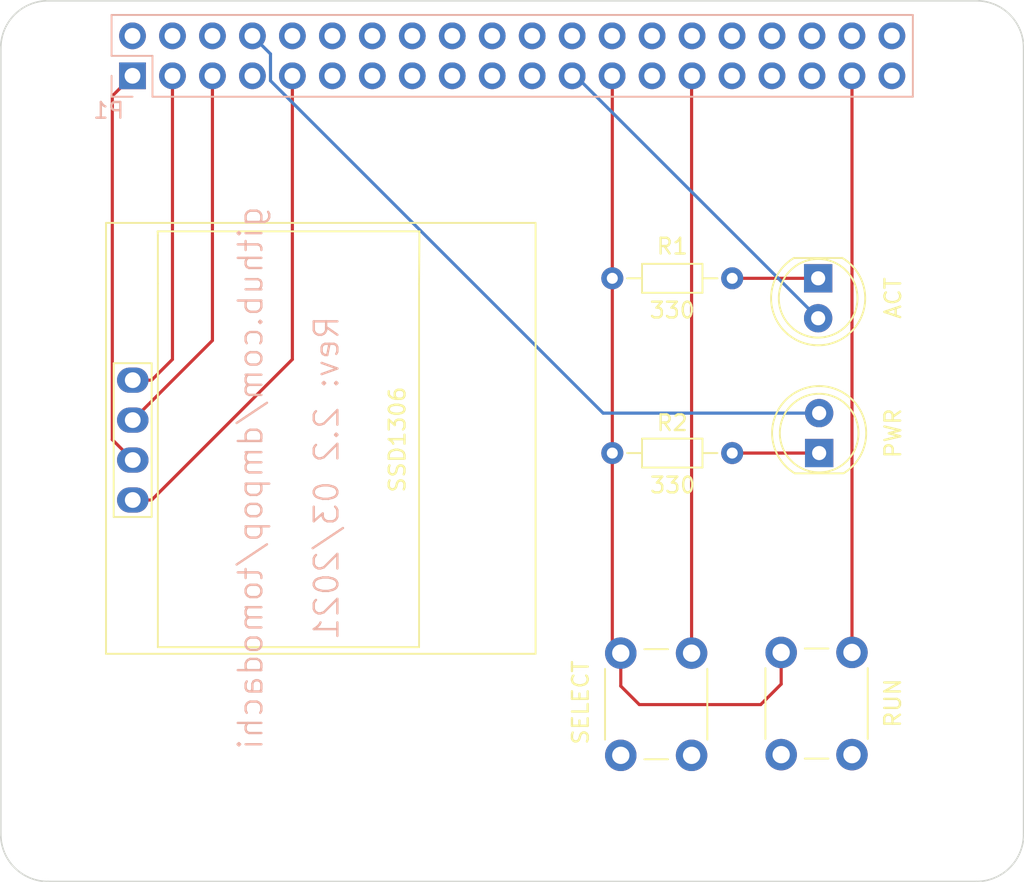
<source format=kicad_pcb>
(kicad_pcb (version 20171130) (host pcbnew 5.1.9-5.1.9)

  (general
    (thickness 1.6)
    (drawings 9)
    (tracks 33)
    (zones 0)
    (modules 10)
    (nets 34)
  )

  (page A3)
  (title_block
    (title Tomodachi)
    (date 2021-03-20)
    (rev 2.2)
    (comment 1 littlebackupbox.com)
    (comment 2 "Dmitri Popov")
  )

  (layers
    (0 F.Cu signal)
    (31 B.Cu signal)
    (32 B.Adhes user)
    (33 F.Adhes user)
    (34 B.Paste user)
    (35 F.Paste user)
    (36 B.SilkS user)
    (37 F.SilkS user)
    (38 B.Mask user)
    (39 F.Mask user)
    (40 Dwgs.User user)
    (41 Cmts.User user)
    (42 Eco1.User user)
    (43 Eco2.User user)
    (44 Edge.Cuts user)
  )

  (setup
    (last_trace_width 0.2)
    (trace_clearance 0.2)
    (zone_clearance 0.508)
    (zone_45_only no)
    (trace_min 0.1524)
    (via_size 0.9)
    (via_drill 0.6)
    (via_min_size 0.8)
    (via_min_drill 0.5)
    (uvia_size 0.5)
    (uvia_drill 0.1)
    (uvias_allowed no)
    (uvia_min_size 0.5)
    (uvia_min_drill 0.1)
    (edge_width 0.1)
    (segment_width 0.1)
    (pcb_text_width 0.3)
    (pcb_text_size 1 1)
    (mod_edge_width 0.15)
    (mod_text_size 1 1)
    (mod_text_width 0.15)
    (pad_size 2.5 2.5)
    (pad_drill 2.5)
    (pad_to_mask_clearance 0)
    (aux_axis_origin 200 150)
    (grid_origin 200 150)
    (visible_elements 7FFFFFFF)
    (pcbplotparams
      (layerselection 0x01fff_ffffffff)
      (usegerberextensions true)
      (usegerberattributes false)
      (usegerberadvancedattributes false)
      (creategerberjobfile false)
      (excludeedgelayer true)
      (linewidth 0.150000)
      (plotframeref false)
      (viasonmask false)
      (mode 1)
      (useauxorigin false)
      (hpglpennumber 1)
      (hpglpenspeed 20)
      (hpglpendiameter 15.000000)
      (psnegative false)
      (psa4output false)
      (plotreference true)
      (plotvalue true)
      (plotinvisibletext false)
      (padsonsilk false)
      (subtractmaskfromsilk false)
      (outputformat 1)
      (mirror false)
      (drillshape 0)
      (scaleselection 1)
      (outputdirectory "../Tomodachi-Gerber/"))
  )

  (net 0 "")
  (net 1 +3V3)
  (net 2 +5V)
  (net 3 GND)
  (net 4 /ID_SD)
  (net 5 /ID_SC)
  (net 6 /GPIO5)
  (net 7 /GPIO6)
  (net 8 /GPIO26)
  (net 9 "/GPIO2(SDA1)")
  (net 10 "/GPIO3(SCL1)")
  (net 11 "/GPIO4(GCLK)")
  (net 12 "/GPIO14(TXD0)")
  (net 13 "/GPIO15(RXD0)")
  (net 14 "/GPIO17(GEN0)")
  (net 15 "/GPIO27(GEN2)")
  (net 16 "/GPIO22(GEN3)")
  (net 17 "/GPIO23(GEN4)")
  (net 18 "/GPIO24(GEN5)")
  (net 19 "/GPIO25(GEN6)")
  (net 20 "/GPIO18(GEN1)(PWM0)")
  (net 21 "/GPIO10(SPI0_MOSI)")
  (net 22 "/GPIO9(SPI0_MISO)")
  (net 23 "/GPIO11(SPI0_SCK)")
  (net 24 "/GPIO8(SPI0_CE_N)")
  (net 25 "/GPIO7(SPI1_CE_N)")
  (net 26 "/GPIO12(PWM0)")
  (net 27 "/GPIO13(PWM1)")
  (net 28 "/GPIO19(SPI1_MISO)")
  (net 29 /GPIO16)
  (net 30 "/GPIO20(SPI1_MOSI)")
  (net 31 "/GPIO21(SPI1_SCK)")
  (net 32 "Net-(D1-Pad1)")
  (net 33 "Net-(D2-Pad1)")

  (net_class Default "This is the default net class."
    (clearance 0.2)
    (trace_width 0.2)
    (via_dia 0.9)
    (via_drill 0.6)
    (uvia_dia 0.5)
    (uvia_drill 0.1)
    (add_net +3V3)
    (add_net +5V)
    (add_net "/GPIO10(SPI0_MOSI)")
    (add_net "/GPIO11(SPI0_SCK)")
    (add_net "/GPIO12(PWM0)")
    (add_net "/GPIO13(PWM1)")
    (add_net "/GPIO14(TXD0)")
    (add_net "/GPIO15(RXD0)")
    (add_net /GPIO16)
    (add_net "/GPIO17(GEN0)")
    (add_net "/GPIO18(GEN1)(PWM0)")
    (add_net "/GPIO19(SPI1_MISO)")
    (add_net "/GPIO2(SDA1)")
    (add_net "/GPIO20(SPI1_MOSI)")
    (add_net "/GPIO21(SPI1_SCK)")
    (add_net "/GPIO22(GEN3)")
    (add_net "/GPIO23(GEN4)")
    (add_net "/GPIO24(GEN5)")
    (add_net "/GPIO25(GEN6)")
    (add_net /GPIO26)
    (add_net "/GPIO27(GEN2)")
    (add_net "/GPIO3(SCL1)")
    (add_net "/GPIO4(GCLK)")
    (add_net /GPIO5)
    (add_net /GPIO6)
    (add_net "/GPIO7(SPI1_CE_N)")
    (add_net "/GPIO8(SPI0_CE_N)")
    (add_net "/GPIO9(SPI0_MISO)")
    (add_net /ID_SC)
    (add_net /ID_SD)
    (add_net GND)
    (add_net "Net-(D1-Pad1)")
    (add_net "Net-(D2-Pad1)")
  )

  (net_class Power ""
    (clearance 0.2)
    (trace_width 0.5)
    (via_dia 1)
    (via_drill 0.7)
    (uvia_dia 0.5)
    (uvia_drill 0.1)
  )

  (module Button_Switch_THT:SW_PUSH_6mm_H4.3mm (layer F.Cu) (tedit 5A02FE31) (tstamp 604DFC9C)
    (at 239.4 141.98 90)
    (descr "tactile push button, 6x6mm e.g. PHAP33xx series, height=4.3mm")
    (tags "tact sw push 6mm")
    (path /604FA5F1)
    (fp_text reference SW1 (at -2.36088 2.35506 180) (layer F.SilkS) hide
      (effects (font (size 1 1) (thickness 0.15)))
    )
    (fp_text value SELECT (at 3.3592 -2.5573 90) (layer F.SilkS)
      (effects (font (size 1 1) (thickness 0.15)))
    )
    (fp_line (start 3.25 -0.75) (end 6.25 -0.75) (layer F.Fab) (width 0.1))
    (fp_line (start 6.25 -0.75) (end 6.25 5.25) (layer F.Fab) (width 0.1))
    (fp_line (start 6.25 5.25) (end 0.25 5.25) (layer F.Fab) (width 0.1))
    (fp_line (start 0.25 5.25) (end 0.25 -0.75) (layer F.Fab) (width 0.1))
    (fp_line (start 0.25 -0.75) (end 3.25 -0.75) (layer F.Fab) (width 0.1))
    (fp_line (start 7.75 6) (end 8 6) (layer F.CrtYd) (width 0.05))
    (fp_line (start 8 6) (end 8 5.75) (layer F.CrtYd) (width 0.05))
    (fp_line (start 7.75 -1.5) (end 8 -1.5) (layer F.CrtYd) (width 0.05))
    (fp_line (start 8 -1.5) (end 8 -1.25) (layer F.CrtYd) (width 0.05))
    (fp_line (start -1.5 -1.25) (end -1.5 -1.5) (layer F.CrtYd) (width 0.05))
    (fp_line (start -1.5 -1.5) (end -1.25 -1.5) (layer F.CrtYd) (width 0.05))
    (fp_line (start -1.5 5.75) (end -1.5 6) (layer F.CrtYd) (width 0.05))
    (fp_line (start -1.5 6) (end -1.25 6) (layer F.CrtYd) (width 0.05))
    (fp_line (start -1.25 -1.5) (end 7.75 -1.5) (layer F.CrtYd) (width 0.05))
    (fp_line (start -1.5 5.75) (end -1.5 -1.25) (layer F.CrtYd) (width 0.05))
    (fp_line (start 7.75 6) (end -1.25 6) (layer F.CrtYd) (width 0.05))
    (fp_line (start 8 -1.25) (end 8 5.75) (layer F.CrtYd) (width 0.05))
    (fp_line (start 1 5.5) (end 5.5 5.5) (layer F.SilkS) (width 0.12))
    (fp_line (start -0.25 1.5) (end -0.25 3) (layer F.SilkS) (width 0.12))
    (fp_line (start 5.5 -1) (end 1 -1) (layer F.SilkS) (width 0.12))
    (fp_line (start 6.75 3) (end 6.75 1.5) (layer F.SilkS) (width 0.12))
    (fp_circle (center 3.25 2.25) (end 1.25 2.5) (layer F.Fab) (width 0.1))
    (fp_text user %R (at 3.25 2.25 90) (layer F.Fab)
      (effects (font (size 1 1) (thickness 0.15)))
    )
    (pad 1 thru_hole circle (at 6.5 0 180) (size 2 2) (drill 1.1) (layers *.Cu *.Mask)
      (net 3 GND))
    (pad 2 thru_hole circle (at 6.5 4.5 180) (size 2 2) (drill 1.1) (layers *.Cu *.Mask)
      (net 6 /GPIO5))
    (pad 1 thru_hole circle (at 0 0 180) (size 2 2) (drill 1.1) (layers *.Cu *.Mask)
      (net 3 GND))
    (pad 2 thru_hole circle (at 0 4.5 180) (size 2 2) (drill 1.1) (layers *.Cu *.Mask)
      (net 6 /GPIO5))
    (model ${KISYS3DMOD}/Button_Switch_THT.3dshapes/SW_PUSH_6mm_H4.3mm.wrl
      (at (xyz 0 0 0))
      (scale (xyz 1 1 1))
      (rotate (xyz 0 0 0))
    )
  )

  (module MountingHole:MountingHole_2.5mm (layer F.Cu) (tedit 56D1B4CB) (tstamp 6016B038)
    (at 261.5 146.5)
    (descr "Mounting Hole 2.5mm, no annular")
    (tags "mounting hole 2.5mm no annular")
    (path /6016E2D8)
    (attr virtual)
    (fp_text reference H2 (at 0 -3.5) (layer F.SilkS) hide
      (effects (font (size 1 1) (thickness 0.15)))
    )
    (fp_text value MountingHole (at 0 3.5) (layer F.Fab)
      (effects (font (size 1 1) (thickness 0.15)))
    )
    (fp_circle (center 0 0) (end 2.5 0) (layer Cmts.User) (width 0.15))
    (fp_circle (center 0 0) (end 2.75 0) (layer F.CrtYd) (width 0.05))
    (fp_text user %R (at 0.3 0) (layer F.Fab)
      (effects (font (size 1 1) (thickness 0.15)))
    )
    (pad 1 np_thru_hole circle (at 0 0) (size 2.5 2.5) (drill 2.5) (layers *.Cu *.Mask))
  )

  (module MountingHole:MountingHole_2.5mm (layer F.Cu) (tedit 56D1B4CB) (tstamp 6016B030)
    (at 203.5 146.5)
    (descr "Mounting Hole 2.5mm, no annular")
    (tags "mounting hole 2.5mm no annular")
    (path /6016D91C)
    (attr virtual)
    (fp_text reference H1 (at 0 -3.5) (layer F.SilkS) hide
      (effects (font (size 1 1) (thickness 0.15)))
    )
    (fp_text value MountingHole (at 0 3.5) (layer F.Fab)
      (effects (font (size 1 1) (thickness 0.15)))
    )
    (fp_circle (center 0 0) (end 2.5 0) (layer Cmts.User) (width 0.15))
    (fp_circle (center 0 0) (end 2.75 0) (layer F.CrtYd) (width 0.05))
    (fp_text user %R (at 0.3 0) (layer F.Fab)
      (effects (font (size 1 1) (thickness 0.15)))
    )
    (pad 1 np_thru_hole circle (at 0 0) (size 2.5 2.5) (drill 2.5) (layers *.Cu *.Mask))
  )

  (module Button_Switch_THT:SW_PUSH_6mm_H4.3mm (layer F.Cu) (tedit 5A02FE31) (tstamp 600AFC90)
    (at 249.5935 141.9355 90)
    (descr "tactile push button, 6x6mm e.g. PHAP33xx series, height=4.3mm")
    (tags "tact sw push 6mm")
    (path /600B15E5)
    (fp_text reference SW2 (at -2.39014 2.27838 180) (layer F.SilkS) hide
      (effects (font (size 1 1) (thickness 0.15)))
    )
    (fp_text value RUN (at 3.28168 7.09422 90) (layer F.SilkS)
      (effects (font (size 1 1) (thickness 0.15)))
    )
    (fp_circle (center 3.25 2.25) (end 1.25 2.5) (layer F.Fab) (width 0.1))
    (fp_line (start 6.75 3) (end 6.75 1.5) (layer F.SilkS) (width 0.12))
    (fp_line (start 5.5 -1) (end 1 -1) (layer F.SilkS) (width 0.12))
    (fp_line (start -0.25 1.5) (end -0.25 3) (layer F.SilkS) (width 0.12))
    (fp_line (start 1 5.5) (end 5.5 5.5) (layer F.SilkS) (width 0.12))
    (fp_line (start 8 -1.25) (end 8 5.75) (layer F.CrtYd) (width 0.05))
    (fp_line (start 7.75 6) (end -1.25 6) (layer F.CrtYd) (width 0.05))
    (fp_line (start -1.5 5.75) (end -1.5 -1.25) (layer F.CrtYd) (width 0.05))
    (fp_line (start -1.25 -1.5) (end 7.75 -1.5) (layer F.CrtYd) (width 0.05))
    (fp_line (start -1.5 6) (end -1.25 6) (layer F.CrtYd) (width 0.05))
    (fp_line (start -1.5 5.75) (end -1.5 6) (layer F.CrtYd) (width 0.05))
    (fp_line (start -1.5 -1.5) (end -1.25 -1.5) (layer F.CrtYd) (width 0.05))
    (fp_line (start -1.5 -1.25) (end -1.5 -1.5) (layer F.CrtYd) (width 0.05))
    (fp_line (start 8 -1.5) (end 8 -1.25) (layer F.CrtYd) (width 0.05))
    (fp_line (start 7.75 -1.5) (end 8 -1.5) (layer F.CrtYd) (width 0.05))
    (fp_line (start 8 6) (end 8 5.75) (layer F.CrtYd) (width 0.05))
    (fp_line (start 7.75 6) (end 8 6) (layer F.CrtYd) (width 0.05))
    (fp_line (start 0.25 -0.75) (end 3.25 -0.75) (layer F.Fab) (width 0.1))
    (fp_line (start 0.25 5.25) (end 0.25 -0.75) (layer F.Fab) (width 0.1))
    (fp_line (start 6.25 5.25) (end 0.25 5.25) (layer F.Fab) (width 0.1))
    (fp_line (start 6.25 -0.75) (end 6.25 5.25) (layer F.Fab) (width 0.1))
    (fp_line (start 3.25 -0.75) (end 6.25 -0.75) (layer F.Fab) (width 0.1))
    (fp_text user %R (at 3.25 2.25 90) (layer F.Fab)
      (effects (font (size 1 1) (thickness 0.15)))
    )
    (pad 1 thru_hole circle (at 6.5 0 180) (size 2 2) (drill 1.1) (layers *.Cu *.Mask)
      (net 3 GND))
    (pad 2 thru_hole circle (at 6.5 4.5 180) (size 2 2) (drill 1.1) (layers *.Cu *.Mask)
      (net 8 /GPIO26))
    (pad 1 thru_hole circle (at 0 0 180) (size 2 2) (drill 1.1) (layers *.Cu *.Mask)
      (net 3 GND))
    (pad 2 thru_hole circle (at 0 4.5 180) (size 2 2) (drill 1.1) (layers *.Cu *.Mask)
      (net 8 /GPIO26))
    (model ${KISYS3DMOD}/Button_Switch_THT.3dshapes/SW_PUSH_6mm_H4.3mm.wrl
      (at (xyz 0 0 0))
      (scale (xyz 1 1 1))
      (rotate (xyz 0 0 0))
    )
  )

  (module Resistor_THT:R_Axial_DIN0204_L3.6mm_D1.6mm_P7.62mm_Horizontal (layer F.Cu) (tedit 5AE5139B) (tstamp 600B0595)
    (at 238.862 122.7585)
    (descr "Resistor, Axial_DIN0204 series, Axial, Horizontal, pin pitch=7.62mm, 0.167W, length*diameter=3.6*1.6mm^2, http://cdn-reichelt.de/documents/datenblatt/B400/1_4W%23YAG.pdf")
    (tags "Resistor Axial_DIN0204 series Axial Horizontal pin pitch 7.62mm 0.167W length 3.6mm diameter 1.6mm")
    (path /600D384B)
    (fp_text reference R2 (at 3.81 -1.92) (layer F.SilkS)
      (effects (font (size 1 1) (thickness 0.15)))
    )
    (fp_text value 330 (at 3.838 2.0415) (layer F.SilkS)
      (effects (font (size 1 1) (thickness 0.15)))
    )
    (fp_line (start 8.57 -1.05) (end -0.95 -1.05) (layer F.CrtYd) (width 0.05))
    (fp_line (start 8.57 1.05) (end 8.57 -1.05) (layer F.CrtYd) (width 0.05))
    (fp_line (start -0.95 1.05) (end 8.57 1.05) (layer F.CrtYd) (width 0.05))
    (fp_line (start -0.95 -1.05) (end -0.95 1.05) (layer F.CrtYd) (width 0.05))
    (fp_line (start 6.68 0) (end 5.73 0) (layer F.SilkS) (width 0.12))
    (fp_line (start 0.94 0) (end 1.89 0) (layer F.SilkS) (width 0.12))
    (fp_line (start 5.73 -0.92) (end 1.89 -0.92) (layer F.SilkS) (width 0.12))
    (fp_line (start 5.73 0.92) (end 5.73 -0.92) (layer F.SilkS) (width 0.12))
    (fp_line (start 1.89 0.92) (end 5.73 0.92) (layer F.SilkS) (width 0.12))
    (fp_line (start 1.89 -0.92) (end 1.89 0.92) (layer F.SilkS) (width 0.12))
    (fp_line (start 7.62 0) (end 5.61 0) (layer F.Fab) (width 0.1))
    (fp_line (start 0 0) (end 2.01 0) (layer F.Fab) (width 0.1))
    (fp_line (start 5.61 -0.8) (end 2.01 -0.8) (layer F.Fab) (width 0.1))
    (fp_line (start 5.61 0.8) (end 5.61 -0.8) (layer F.Fab) (width 0.1))
    (fp_line (start 2.01 0.8) (end 5.61 0.8) (layer F.Fab) (width 0.1))
    (fp_line (start 2.01 -0.8) (end 2.01 0.8) (layer F.Fab) (width 0.1))
    (fp_text user %R (at 3.81 0) (layer F.Fab)
      (effects (font (size 0.72 0.72) (thickness 0.108)))
    )
    (pad 2 thru_hole oval (at 7.62 0) (size 1.4 1.4) (drill 0.7) (layers *.Cu *.Mask)
      (net 33 "Net-(D2-Pad1)"))
    (pad 1 thru_hole circle (at 0 0) (size 1.4 1.4) (drill 0.7) (layers *.Cu *.Mask)
      (net 3 GND))
    (model ${KISYS3DMOD}/Resistor_THT.3dshapes/R_Axial_DIN0204_L3.6mm_D1.6mm_P7.62mm_Horizontal.wrl
      (at (xyz 0 0 0))
      (scale (xyz 1 1 1))
      (rotate (xyz 0 0 0))
    )
  )

  (module Resistor_THT:R_Axial_DIN0204_L3.6mm_D1.6mm_P7.62mm_Horizontal (layer F.Cu) (tedit 5AE5139B) (tstamp 600B051D)
    (at 246.482 111.646 180)
    (descr "Resistor, Axial_DIN0204 series, Axial, Horizontal, pin pitch=7.62mm, 0.167W, length*diameter=3.6*1.6mm^2, http://cdn-reichelt.de/documents/datenblatt/B400/1_4W%23YAG.pdf")
    (tags "Resistor Axial_DIN0204 series Axial Horizontal pin pitch 7.62mm 0.167W length 3.6mm diameter 1.6mm")
    (path /600D5E7B)
    (fp_text reference R1 (at 3.81 2.032) (layer F.SilkS)
      (effects (font (size 1 1) (thickness 0.15)))
    )
    (fp_text value 330 (at 3.81 -2.032) (layer F.SilkS)
      (effects (font (size 1 1) (thickness 0.15)))
    )
    (fp_line (start 8.57 -1.05) (end -0.95 -1.05) (layer F.CrtYd) (width 0.05))
    (fp_line (start 8.57 1.05) (end 8.57 -1.05) (layer F.CrtYd) (width 0.05))
    (fp_line (start -0.95 1.05) (end 8.57 1.05) (layer F.CrtYd) (width 0.05))
    (fp_line (start -0.95 -1.05) (end -0.95 1.05) (layer F.CrtYd) (width 0.05))
    (fp_line (start 6.68 0) (end 5.73 0) (layer F.SilkS) (width 0.12))
    (fp_line (start 0.94 0) (end 1.89 0) (layer F.SilkS) (width 0.12))
    (fp_line (start 5.73 -0.92) (end 1.89 -0.92) (layer F.SilkS) (width 0.12))
    (fp_line (start 5.73 0.92) (end 5.73 -0.92) (layer F.SilkS) (width 0.12))
    (fp_line (start 1.89 0.92) (end 5.73 0.92) (layer F.SilkS) (width 0.12))
    (fp_line (start 1.89 -0.92) (end 1.89 0.92) (layer F.SilkS) (width 0.12))
    (fp_line (start 7.62 0) (end 5.61 0) (layer F.Fab) (width 0.1))
    (fp_line (start 0 0) (end 2.01 0) (layer F.Fab) (width 0.1))
    (fp_line (start 5.61 -0.8) (end 2.01 -0.8) (layer F.Fab) (width 0.1))
    (fp_line (start 5.61 0.8) (end 5.61 -0.8) (layer F.Fab) (width 0.1))
    (fp_line (start 2.01 0.8) (end 5.61 0.8) (layer F.Fab) (width 0.1))
    (fp_line (start 2.01 -0.8) (end 2.01 0.8) (layer F.Fab) (width 0.1))
    (fp_text user %R (at 3.81 0) (layer F.Fab)
      (effects (font (size 0.72 0.72) (thickness 0.108)))
    )
    (pad 2 thru_hole oval (at 7.62 0 180) (size 1.4 1.4) (drill 0.7) (layers *.Cu *.Mask)
      (net 3 GND))
    (pad 1 thru_hole circle (at 0 0 180) (size 1.4 1.4) (drill 0.7) (layers *.Cu *.Mask)
      (net 32 "Net-(D1-Pad1)"))
    (model ${KISYS3DMOD}/Resistor_THT.3dshapes/R_Axial_DIN0204_L3.6mm_D1.6mm_P7.62mm_Horizontal.wrl
      (at (xyz 0 0 0))
      (scale (xyz 1 1 1))
      (rotate (xyz 0 0 0))
    )
  )

  (module LED_THT:LED_D5.0mm (layer F.Cu) (tedit 5995936A) (tstamp 600B05D2)
    (at 252.0065 122.7585 90)
    (descr "LED, diameter 5.0mm, 2 pins, http://cdn-reichelt.de/documents/datenblatt/A500/LL-504BC2E-009.pdf")
    (tags "LED diameter 5.0mm 2 pins")
    (path /600CFD5B)
    (fp_text reference D2 (at 1.27 -3.96 90) (layer F.SilkS) hide
      (effects (font (size 1 1) (thickness 0.15)))
    )
    (fp_text value PWR (at 1.2585 4.6935 90) (layer F.SilkS)
      (effects (font (size 1 1) (thickness 0.15)))
    )
    (fp_line (start 4.5 -3.25) (end -1.95 -3.25) (layer F.CrtYd) (width 0.05))
    (fp_line (start 4.5 3.25) (end 4.5 -3.25) (layer F.CrtYd) (width 0.05))
    (fp_line (start -1.95 3.25) (end 4.5 3.25) (layer F.CrtYd) (width 0.05))
    (fp_line (start -1.95 -3.25) (end -1.95 3.25) (layer F.CrtYd) (width 0.05))
    (fp_line (start -1.29 -1.545) (end -1.29 1.545) (layer F.SilkS) (width 0.12))
    (fp_line (start -1.23 -1.469694) (end -1.23 1.469694) (layer F.Fab) (width 0.1))
    (fp_circle (center 1.27 0) (end 3.77 0) (layer F.SilkS) (width 0.12))
    (fp_circle (center 1.27 0) (end 3.77 0) (layer F.Fab) (width 0.1))
    (fp_text user %R (at 1.25 0 90) (layer F.Fab)
      (effects (font (size 0.8 0.8) (thickness 0.2)))
    )
    (fp_arc (start 1.27 0) (end -1.29 1.54483) (angle -148.9) (layer F.SilkS) (width 0.12))
    (fp_arc (start 1.27 0) (end -1.29 -1.54483) (angle 148.9) (layer F.SilkS) (width 0.12))
    (fp_arc (start 1.27 0) (end -1.23 -1.469694) (angle 299.1) (layer F.Fab) (width 0.1))
    (pad 2 thru_hole circle (at 2.54 0 90) (size 1.8 1.8) (drill 0.9) (layers *.Cu *.Mask)
      (net 12 "/GPIO14(TXD0)"))
    (pad 1 thru_hole rect (at 0 0 90) (size 1.8 1.8) (drill 0.9) (layers *.Cu *.Mask)
      (net 33 "Net-(D2-Pad1)"))
    (model ${KISYS3DMOD}/LED_THT.3dshapes/LED_D5.0mm.wrl
      (at (xyz 0 0 0))
      (scale (xyz 1 1 1))
      (rotate (xyz 0 0 0))
    )
  )

  (module LED_THT:LED_D5.0mm (layer F.Cu) (tedit 5995936A) (tstamp 600B055D)
    (at 251.943 111.646 270)
    (descr "LED, diameter 5.0mm, 2 pins, http://cdn-reichelt.de/documents/datenblatt/A500/LL-504BC2E-009.pdf")
    (tags "LED diameter 5.0mm 2 pins")
    (path /600CDD82)
    (fp_text reference D1 (at 1.397 3.8735 90) (layer F.SilkS) hide
      (effects (font (size 1 1) (thickness 0.15)))
    )
    (fp_text value ACT (at 1.254 -4.757 90) (layer F.SilkS)
      (effects (font (size 1 1) (thickness 0.15)))
    )
    (fp_line (start 4.5 -3.25) (end -1.95 -3.25) (layer F.CrtYd) (width 0.05))
    (fp_line (start 4.5 3.25) (end 4.5 -3.25) (layer F.CrtYd) (width 0.05))
    (fp_line (start -1.95 3.25) (end 4.5 3.25) (layer F.CrtYd) (width 0.05))
    (fp_line (start -1.95 -3.25) (end -1.95 3.25) (layer F.CrtYd) (width 0.05))
    (fp_line (start -1.29 -1.545) (end -1.29 1.545) (layer F.SilkS) (width 0.12))
    (fp_line (start -1.23 -1.469694) (end -1.23 1.469694) (layer F.Fab) (width 0.1))
    (fp_circle (center 1.27 0) (end 3.77 0) (layer F.SilkS) (width 0.12))
    (fp_circle (center 1.27 0) (end 3.77 0) (layer F.Fab) (width 0.1))
    (fp_text user %R (at 1.25 0 90) (layer F.Fab)
      (effects (font (size 0.8 0.8) (thickness 0.2)))
    )
    (fp_arc (start 1.27 0) (end -1.29 1.54483) (angle -148.9) (layer F.SilkS) (width 0.12))
    (fp_arc (start 1.27 0) (end -1.29 -1.54483) (angle 148.9) (layer F.SilkS) (width 0.12))
    (fp_arc (start 1.27 0) (end -1.23 -1.469694) (angle 299.1) (layer F.Fab) (width 0.1))
    (pad 2 thru_hole circle (at 2.54 0 270) (size 1.8 1.8) (drill 0.9) (layers *.Cu *.Mask)
      (net 23 "/GPIO11(SPI0_SCK)"))
    (pad 1 thru_hole rect (at 0 0 270) (size 1.8 1.8) (drill 0.9) (layers *.Cu *.Mask)
      (net 32 "Net-(D1-Pad1)"))
    (model ${KISYS3DMOD}/LED_THT.3dshapes/LED_D5.0mm.wrl
      (at (xyz 0 0 0))
      (scale (xyz 1 1 1))
      (rotate (xyz 0 0 0))
    )
  )

  (module SSD1306:128x64OLED (layer F.Cu) (tedit 5CF23EAC) (tstamp 600AFB6D)
    (at 218.9865 122.1235 90)
    (path /600C449A)
    (fp_text reference Brd1 (at 0 0.254 90) (layer F.SilkS) hide
      (effects (font (size 1 1) (thickness 0.15)))
    )
    (fp_text value SSD1306 (at 0.2235 6.2135 90) (layer F.SilkS)
      (effects (font (size 1 1) (thickness 0.15)))
    )
    (fp_line (start 13.462 -9.017) (end 13.208 -9.005) (layer F.SilkS) (width 0.12))
    (fp_line (start 13.462 7.62) (end 13.462 -9.017) (layer F.SilkS) (width 0.12))
    (fp_line (start 10.122 7.595) (end 13.462 7.62) (layer F.SilkS) (width 0.12))
    (fp_line (start 10.122 -9.005) (end 13.208 -9.005) (layer F.SilkS) (width 0.12))
    (fp_line (start -4.699 -11.811) (end -4.699 -9.398) (layer F.SilkS) (width 0.12))
    (fp_line (start 5.08 -9.398) (end -4.699 -9.398) (layer F.SilkS) (width 0.12))
    (fp_line (start 5.08 -11.811) (end 5.08 -9.398) (layer F.SilkS) (width 0.12))
    (fp_line (start -4.699 -11.811) (end 5.08 -11.811) (layer F.SilkS) (width 0.12))
    (fp_line (start -12.978 -9.005) (end 10.122 -9.005) (layer F.SilkS) (width 0.12))
    (fp_line (start -12.978 7.595) (end -12.978 -9.005) (layer F.SilkS) (width 0.12))
    (fp_line (start 10.122 7.595) (end -12.978 7.595) (layer F.SilkS) (width 0.12))
    (fp_line (start -13.4 15) (end -13.4 -12.3) (layer F.SilkS) (width 0.12))
    (fp_line (start 14 15) (end -13.4 15) (layer F.SilkS) (width 0.12))
    (fp_line (start 14 -12.3) (end 14 15) (layer F.SilkS) (width 0.12))
    (fp_line (start -13.4 -12.3) (end 14 -12.3) (layer F.SilkS) (width 0.12))
    (pad 4 thru_hole oval (at 4 -10.6 180) (size 2 1.6) (drill 1) (layers *.Cu *.Mask)
      (net 9 "/GPIO2(SDA1)"))
    (pad 3 thru_hole oval (at 1.46 -10.6 180) (size 2 1.6) (drill 1) (layers *.Cu *.Mask)
      (net 10 "/GPIO3(SCL1)"))
    (pad 1 thru_hole oval (at -3.62 -10.6 180) (size 2 1.6) (drill 1) (layers *.Cu *.Mask)
      (net 3 GND))
    (pad 2 thru_hole oval (at -1.08 -10.6 180) (size 2 1.6) (drill 1) (layers *.Cu *.Mask)
      (net 1 +3V3))
  )

  (module Connector_PinSocket_2.54mm:PinSocket_2x20_P2.54mm_Vertical (layer B.Cu) (tedit 5A19A433) (tstamp 5A793E9F)
    (at 208.37 98.77 270)
    (descr "Through hole straight socket strip, 2x20, 2.54mm pitch, double cols (from Kicad 4.0.7), script generated")
    (tags "Through hole socket strip THT 2x20 2.54mm double row")
    (path /59AD464A)
    (fp_text reference P1 (at 2.208 1.512) (layer B.SilkS)
      (effects (font (size 1 1) (thickness 0.15)) (justify mirror))
    )
    (fp_text value Conn_02x20_Odd_Even (at -1.27 -51.03 270) (layer B.Fab)
      (effects (font (size 1 1) (thickness 0.15)) (justify mirror))
    )
    (fp_line (start -3.81 1.27) (end 0.27 1.27) (layer B.Fab) (width 0.1))
    (fp_line (start 0.27 1.27) (end 1.27 0.27) (layer B.Fab) (width 0.1))
    (fp_line (start 1.27 0.27) (end 1.27 -49.53) (layer B.Fab) (width 0.1))
    (fp_line (start 1.27 -49.53) (end -3.81 -49.53) (layer B.Fab) (width 0.1))
    (fp_line (start -3.81 -49.53) (end -3.81 1.27) (layer B.Fab) (width 0.1))
    (fp_line (start -3.87 1.33) (end -1.27 1.33) (layer B.SilkS) (width 0.12))
    (fp_line (start -3.87 1.33) (end -3.87 -49.59) (layer B.SilkS) (width 0.12))
    (fp_line (start -3.87 -49.59) (end 1.33 -49.59) (layer B.SilkS) (width 0.12))
    (fp_line (start 1.33 -1.27) (end 1.33 -49.59) (layer B.SilkS) (width 0.12))
    (fp_line (start -1.27 -1.27) (end 1.33 -1.27) (layer B.SilkS) (width 0.12))
    (fp_line (start -1.27 1.33) (end -1.27 -1.27) (layer B.SilkS) (width 0.12))
    (fp_line (start 1.33 1.33) (end 1.33 0) (layer B.SilkS) (width 0.12))
    (fp_line (start 0 1.33) (end 1.33 1.33) (layer B.SilkS) (width 0.12))
    (fp_line (start -4.34 1.8) (end 1.76 1.8) (layer B.CrtYd) (width 0.05))
    (fp_line (start 1.76 1.8) (end 1.76 -50) (layer B.CrtYd) (width 0.05))
    (fp_line (start 1.76 -50) (end -4.34 -50) (layer B.CrtYd) (width 0.05))
    (fp_line (start -4.34 -50) (end -4.34 1.8) (layer B.CrtYd) (width 0.05))
    (fp_text user %R (at -1.27 -24.13 180) (layer B.Fab)
      (effects (font (size 1 1) (thickness 0.15)) (justify mirror))
    )
    (pad 1 thru_hole rect (at 0 0 270) (size 1.7 1.7) (drill 1) (layers *.Cu *.Mask)
      (net 1 +3V3))
    (pad 2 thru_hole oval (at -2.54 0 270) (size 1.7 1.7) (drill 1) (layers *.Cu *.Mask)
      (net 2 +5V))
    (pad 3 thru_hole oval (at 0 -2.54 270) (size 1.7 1.7) (drill 1) (layers *.Cu *.Mask)
      (net 9 "/GPIO2(SDA1)"))
    (pad 4 thru_hole oval (at -2.54 -2.54 270) (size 1.7 1.7) (drill 1) (layers *.Cu *.Mask)
      (net 2 +5V))
    (pad 5 thru_hole oval (at 0 -5.08 270) (size 1.7 1.7) (drill 1) (layers *.Cu *.Mask)
      (net 10 "/GPIO3(SCL1)"))
    (pad 6 thru_hole oval (at -2.54 -5.08 270) (size 1.7 1.7) (drill 1) (layers *.Cu *.Mask)
      (net 3 GND))
    (pad 7 thru_hole oval (at 0 -7.62 270) (size 1.7 1.7) (drill 1) (layers *.Cu *.Mask)
      (net 11 "/GPIO4(GCLK)"))
    (pad 8 thru_hole oval (at -2.54 -7.62 270) (size 1.7 1.7) (drill 1) (layers *.Cu *.Mask)
      (net 12 "/GPIO14(TXD0)"))
    (pad 9 thru_hole oval (at 0 -10.16 270) (size 1.7 1.7) (drill 1) (layers *.Cu *.Mask)
      (net 3 GND))
    (pad 10 thru_hole oval (at -2.54 -10.16 270) (size 1.7 1.7) (drill 1) (layers *.Cu *.Mask)
      (net 13 "/GPIO15(RXD0)"))
    (pad 11 thru_hole oval (at 0 -12.7 270) (size 1.7 1.7) (drill 1) (layers *.Cu *.Mask)
      (net 14 "/GPIO17(GEN0)"))
    (pad 12 thru_hole oval (at -2.54 -12.7 270) (size 1.7 1.7) (drill 1) (layers *.Cu *.Mask)
      (net 20 "/GPIO18(GEN1)(PWM0)"))
    (pad 13 thru_hole oval (at 0 -15.24 270) (size 1.7 1.7) (drill 1) (layers *.Cu *.Mask)
      (net 15 "/GPIO27(GEN2)"))
    (pad 14 thru_hole oval (at -2.54 -15.24 270) (size 1.7 1.7) (drill 1) (layers *.Cu *.Mask)
      (net 3 GND))
    (pad 15 thru_hole oval (at 0 -17.78 270) (size 1.7 1.7) (drill 1) (layers *.Cu *.Mask)
      (net 16 "/GPIO22(GEN3)"))
    (pad 16 thru_hole oval (at -2.54 -17.78 270) (size 1.7 1.7) (drill 1) (layers *.Cu *.Mask)
      (net 17 "/GPIO23(GEN4)"))
    (pad 17 thru_hole oval (at 0 -20.32 270) (size 1.7 1.7) (drill 1) (layers *.Cu *.Mask)
      (net 1 +3V3))
    (pad 18 thru_hole oval (at -2.54 -20.32 270) (size 1.7 1.7) (drill 1) (layers *.Cu *.Mask)
      (net 18 "/GPIO24(GEN5)"))
    (pad 19 thru_hole oval (at 0 -22.86 270) (size 1.7 1.7) (drill 1) (layers *.Cu *.Mask)
      (net 21 "/GPIO10(SPI0_MOSI)"))
    (pad 20 thru_hole oval (at -2.54 -22.86 270) (size 1.7 1.7) (drill 1) (layers *.Cu *.Mask)
      (net 3 GND))
    (pad 21 thru_hole oval (at 0 -25.4 270) (size 1.7 1.7) (drill 1) (layers *.Cu *.Mask)
      (net 22 "/GPIO9(SPI0_MISO)"))
    (pad 22 thru_hole oval (at -2.54 -25.4 270) (size 1.7 1.7) (drill 1) (layers *.Cu *.Mask)
      (net 19 "/GPIO25(GEN6)"))
    (pad 23 thru_hole oval (at 0 -27.94 270) (size 1.7 1.7) (drill 1) (layers *.Cu *.Mask)
      (net 23 "/GPIO11(SPI0_SCK)"))
    (pad 24 thru_hole oval (at -2.54 -27.94 270) (size 1.7 1.7) (drill 1) (layers *.Cu *.Mask)
      (net 24 "/GPIO8(SPI0_CE_N)"))
    (pad 25 thru_hole oval (at 0 -30.48 270) (size 1.7 1.7) (drill 1) (layers *.Cu *.Mask)
      (net 3 GND))
    (pad 26 thru_hole oval (at -2.54 -30.48 270) (size 1.7 1.7) (drill 1) (layers *.Cu *.Mask)
      (net 25 "/GPIO7(SPI1_CE_N)"))
    (pad 27 thru_hole oval (at 0 -33.02 270) (size 1.7 1.7) (drill 1) (layers *.Cu *.Mask)
      (net 4 /ID_SD))
    (pad 28 thru_hole oval (at -2.54 -33.02 270) (size 1.7 1.7) (drill 1) (layers *.Cu *.Mask)
      (net 5 /ID_SC))
    (pad 29 thru_hole oval (at 0 -35.56 270) (size 1.7 1.7) (drill 1) (layers *.Cu *.Mask)
      (net 6 /GPIO5))
    (pad 30 thru_hole oval (at -2.54 -35.56 270) (size 1.7 1.7) (drill 1) (layers *.Cu *.Mask)
      (net 3 GND))
    (pad 31 thru_hole oval (at 0 -38.1 270) (size 1.7 1.7) (drill 1) (layers *.Cu *.Mask)
      (net 7 /GPIO6))
    (pad 32 thru_hole oval (at -2.54 -38.1 270) (size 1.7 1.7) (drill 1) (layers *.Cu *.Mask)
      (net 26 "/GPIO12(PWM0)"))
    (pad 33 thru_hole oval (at 0 -40.64 270) (size 1.7 1.7) (drill 1) (layers *.Cu *.Mask)
      (net 27 "/GPIO13(PWM1)"))
    (pad 34 thru_hole oval (at -2.54 -40.64 270) (size 1.7 1.7) (drill 1) (layers *.Cu *.Mask)
      (net 3 GND))
    (pad 35 thru_hole oval (at 0 -43.18 270) (size 1.7 1.7) (drill 1) (layers *.Cu *.Mask)
      (net 28 "/GPIO19(SPI1_MISO)"))
    (pad 36 thru_hole oval (at -2.54 -43.18 270) (size 1.7 1.7) (drill 1) (layers *.Cu *.Mask)
      (net 29 /GPIO16))
    (pad 37 thru_hole oval (at 0 -45.72 270) (size 1.7 1.7) (drill 1) (layers *.Cu *.Mask)
      (net 8 /GPIO26))
    (pad 38 thru_hole oval (at -2.54 -45.72 270) (size 1.7 1.7) (drill 1) (layers *.Cu *.Mask)
      (net 30 "/GPIO20(SPI1_MOSI)"))
    (pad 39 thru_hole oval (at 0 -48.26 270) (size 1.7 1.7) (drill 1) (layers *.Cu *.Mask)
      (net 3 GND))
    (pad 40 thru_hole oval (at -2.54 -48.26 270) (size 1.7 1.7) (drill 1) (layers *.Cu *.Mask)
      (net 31 "/GPIO21(SPI1_SCK)"))
    (model ${KISYS3DMOD}/Connector_PinSocket_2.54mm.3dshapes/PinSocket_2x20_P2.54mm_Vertical.wrl
      (at (xyz 0 0 0))
      (scale (xyz 1 1 1))
      (rotate (xyz 0 0 0))
    )
  )

  (gr_text "github.com/dmpop/tomodachi\n\nRev: 2.2 03/2021" (at 218.288 124.346 90) (layer B.SilkS) (tstamp 6017054E)
    (effects (font (size 1.5 1.5) (thickness 0.15)) (justify mirror))
  )
  (gr_line (start 200 97) (end 200 147) (layer Edge.Cuts) (width 0.1))
  (gr_arc (start 262 97) (end 262 94) (angle 90) (layer Edge.Cuts) (width 0.1))
  (gr_arc (start 262 147) (end 265 147) (angle 90) (layer Edge.Cuts) (width 0.1))
  (gr_arc (start 203 147) (end 203 150) (angle 90) (layer Edge.Cuts) (width 0.1))
  (gr_arc (start 203 97) (end 200 97) (angle 90) (layer Edge.Cuts) (width 0.1))
  (gr_line (start 262 94) (end 203 94) (layer Edge.Cuts) (width 0.1))
  (gr_line (start 265 147) (end 265 97) (layer Edge.Cuts) (width 0.1))
  (gr_line (start 203 150) (end 262 150) (layer Edge.Cuts) (width 0.1))

  (segment (start 207.08649 100.05351) (end 208.37 98.77) (width 0.2) (layer F.Cu) (net 1))
  (segment (start 207.08649 121.90349) (end 207.08649 100.05351) (width 0.2) (layer F.Cu) (net 1))
  (segment (start 208.3865 123.2035) (end 207.08649 121.90349) (width 0.2) (layer F.Cu) (net 1))
  (segment (start 218.53 116.8) (end 218.53 98.77) (width 0.2) (layer F.Cu) (net 3))
  (segment (start 209.5865 125.7435) (end 218.53 116.8) (width 0.2) (layer F.Cu) (net 3))
  (segment (start 208.3865 125.7435) (end 209.5865 125.7435) (width 0.2) (layer F.Cu) (net 3))
  (segment (start 238.862 122.7585) (end 238.862 111.646) (width 0.2) (layer F.Cu) (net 3))
  (segment (start 238.862 98.782) (end 238.85 98.77) (width 0.2) (layer F.Cu) (net 3))
  (segment (start 238.862 111.646) (end 238.862 98.782) (width 0.2) (layer F.Cu) (net 3))
  (segment (start 238.862 122.7585) (end 238.862 134.942) (width 0.2) (layer F.Cu) (net 3))
  (segment (start 238.862 134.942) (end 239.4 135.48) (width 0.2) (layer F.Cu) (net 3))
  (segment (start 249.5935 135.4355) (end 249.5935 137.44986) (width 0.2) (layer F.Cu) (net 3))
  (segment (start 249.5935 137.44986) (end 248.29048 138.75288) (width 0.2) (layer F.Cu) (net 3))
  (segment (start 248.29048 138.75288) (end 240.57904 138.75288) (width 0.2) (layer F.Cu) (net 3))
  (segment (start 239.4 137.57384) (end 239.4 135.48) (width 0.2) (layer F.Cu) (net 3))
  (segment (start 240.57904 138.75288) (end 239.4 137.57384) (width 0.2) (layer F.Cu) (net 3))
  (segment (start 243.9 98.8) (end 243.93 98.77) (width 0.2) (layer F.Cu) (net 6))
  (segment (start 243.9 135.48) (end 243.9 98.8) (width 0.2) (layer F.Cu) (net 6))
  (segment (start 254.0935 98.7735) (end 254.09 98.77) (width 0.2) (layer F.Cu) (net 8))
  (segment (start 254.0935 135.4355) (end 254.0935 98.7735) (width 0.2) (layer F.Cu) (net 8))
  (segment (start 209.5865 118.1235) (end 208.3865 118.1235) (width 0.2) (layer F.Cu) (net 9))
  (segment (start 210.91 116.8) (end 209.5865 118.1235) (width 0.2) (layer F.Cu) (net 9))
  (segment (start 210.91 98.77) (end 210.91 116.8) (width 0.2) (layer F.Cu) (net 9))
  (segment (start 213.45 115.6) (end 213.45 98.77) (width 0.2) (layer F.Cu) (net 10))
  (segment (start 208.3865 120.6635) (end 213.45 115.6) (width 0.2) (layer F.Cu) (net 10))
  (segment (start 217.140001 97.380001) (end 215.99 96.23) (width 0.2) (layer B.Cu) (net 12))
  (segment (start 217.140001 99.082003) (end 217.140001 97.380001) (width 0.2) (layer B.Cu) (net 12))
  (segment (start 238.276498 120.2185) (end 217.140001 99.082003) (width 0.2) (layer B.Cu) (net 12))
  (segment (start 252.0065 120.2185) (end 238.276498 120.2185) (width 0.2) (layer B.Cu) (net 12))
  (segment (start 236.527 98.77) (end 236.31 98.77) (width 0.2) (layer B.Cu) (net 23))
  (segment (start 251.943 114.186) (end 236.527 98.77) (width 0.2) (layer B.Cu) (net 23))
  (segment (start 251.943 111.646) (end 246.482 111.646) (width 0.2) (layer F.Cu) (net 32))
  (segment (start 252.0065 122.7585) (end 246.482 122.7585) (width 0.2) (layer F.Cu) (net 33))

)

</source>
